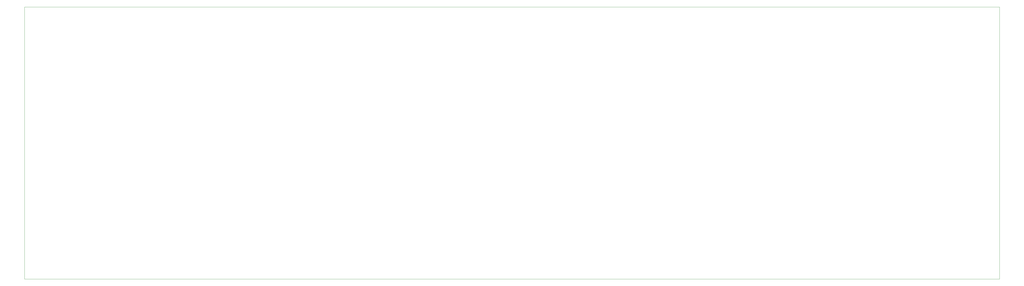
<source format=gbr>
%TF.GenerationSoftware,KiCad,Pcbnew,(5.1.9)-1*%
%TF.CreationDate,2021-05-13T22:29:40-07:00*%
%TF.ProjectId,chgray-keyboard,63686772-6179-42d6-9b65-79626f617264,rev?*%
%TF.SameCoordinates,Original*%
%TF.FileFunction,Profile,NP*%
%FSLAX46Y46*%
G04 Gerber Fmt 4.6, Leading zero omitted, Abs format (unit mm)*
G04 Created by KiCad (PCBNEW (5.1.9)-1) date 2021-05-13 22:29:40*
%MOMM*%
%LPD*%
G01*
G04 APERTURE LIST*
%TA.AperFunction,Profile*%
%ADD10C,0.100000*%
%TD*%
G04 APERTURE END LIST*
D10*
X395097000Y-81280000D02*
X396494000Y-81280000D01*
X396494000Y-83312000D02*
X396494000Y-81280000D01*
X19050000Y-81280000D02*
X395097000Y-81280000D01*
X19050000Y-186817000D02*
X19050000Y-81280000D01*
X396494000Y-186817000D02*
X19050000Y-186817000D01*
X396494000Y-83312000D02*
X396494000Y-186817000D01*
M02*

</source>
